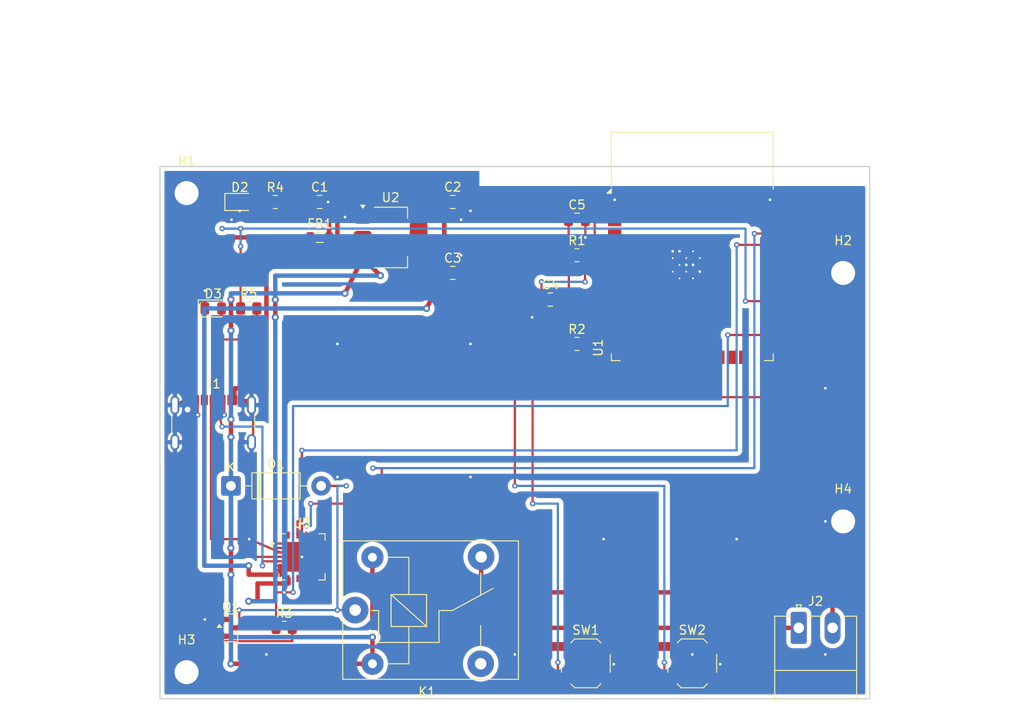
<source format=kicad_pcb>
(kicad_pcb (version 20241229) (generator "pcbnew") (generator_version "9.0")
  (layers (0 "F.Cu" signal) (2 "B.Cu" signal) (13 "F.Paste" user) (15 "B.Paste" user) (5 "F.SilkS" user "F.Silkscreen") (7 "B.SilkS" user "B.Silkscreen") (1 "F.Mask" user) (3 "B.Mask" user) (25 "Edge.Cuts" user))
  (net 0 "")
  (net 1 "GND")
  (net 2 "+5V")
  (net 3 "+3V3")
  (net 4 "USB_D+")
  (net 5 "USB_D-")
  (net 6 "ESP_TX")
  (net 7 "ESP_RX")
  (net 8 "ESP_EN")
  (net 9 "ESP_IO0")
  (net 10 "ESP_IO4")
  (net 11 "ESP_IO5")
  (net 12 "RELAY_COIL")
  (net 13 "VBUS")
  (net 14 "LED_PWR")
  (net 15 "LED_RELAY")
  (net 16 "RELAY_BASE")
  (net 17 "RELAY_COM")
  (net 18 "RELAY_NO")
  (footprint "SOT-23" (layer "F.Cu") (at 8 52)
    (property "Reference" "Q1" (at 0 -2.4 0) (layer "F.SilkS"))
    (property "Value" "SOT-23")
    (pad "1" smd roundrect (at -0.9375 -0.95) (size 1.475 0.6) (layers "F.Cu" "F.Mask" "F.Paste") (net 1 "GND"))
    (pad "2" smd roundrect (at -0.9375 0.95) (size 1.475 0.6) (layers "F.Cu" "F.Mask" "F.Paste") (net 16 "RELAY_BASE"))
    (pad "3" smd roundrect (at 0.9375 0) (size 1.475 0.6) (layers "F.Cu" "F.Mask" "F.Paste") (net 12 "RELAY_COIL"))
  )
  (footprint "QFN-28-1EP_5x5mm_P0.5mm_EP3.35x3.35mm" (layer "F.Cu") (at 16 44)
    (property "Reference" "U3" (at 0 -3.8 0) (layer "F.SilkS"))
    (property "Value" "QFN-28-1EP_5x5mm_P0.5mm_EP3.35x3.35mm")
    (pad "1" smd roundrect (at -2.45 -1.5) (size 0.8 0.25) (layers "F.Cu" "F.Mask" "F.Paste"))
    (pad "2" smd roundrect (at -2.45 -1) (size 0.8 0.25) (layers "F.Cu" "F.Mask" "F.Paste"))
    (pad "3" smd roundrect (at -2.45 -0.5) (size 0.8 0.25) (layers "F.Cu" "F.Mask" "F.Paste") (net 1 "GND"))
    (pad "4" smd roundrect (at -2.45 0) (size 0.8 0.25) (layers "F.Cu" "F.Mask" "F.Paste") (net 4 "USB_D+"))
    (pad "5" smd roundrect (at -2.45 0.5) (size 0.8 0.25) (layers "F.Cu" "F.Mask" "F.Paste") (net 5 "USB_D-"))
    (pad "6" smd roundrect (at -2.45 1) (size 0.8 0.25) (layers "F.Cu" "F.Mask" "F.Paste") (net 3 "+3V3"))
    (pad "7" smd roundrect (at -2.45 1.5) (size 0.8 0.25) (layers "F.Cu" "F.Mask" "F.Paste") (net 3 "+3V3"))
    (pad "8" smd roundrect (at -1.5 2.45) (size 0.25 0.8) (layers "F.Cu" "F.Mask" "F.Paste") (net 2 "+5V"))
    (pad "9" smd roundrect (at -1 2.45) (size 0.25 0.8) (layers "F.Cu" "F.Mask" "F.Paste"))
    (pad "10" smd roundrect (at -0.5 2.45) (size 0.25 0.8) (layers "F.Cu" "F.Mask" "F.Paste"))
    (pad "11" smd roundrect (at 0 2.45) (size 0.25 0.8) (layers "F.Cu" "F.Mask" "F.Paste"))
    (pad "12" smd roundrect (at 0.5 2.45) (size 0.25 0.8) (layers "F.Cu" "F.Mask" "F.Paste"))
    (pad "13" smd roundrect (at 1 2.45) (size 0.25 0.8) (layers "F.Cu" "F.Mask" "F.Paste"))
    (pad "14" smd roundrect (at 1.5 2.45) (size 0.25 0.8) (layers "F.Cu" "F.Mask" "F.Paste"))
    (pad "15" smd roundrect (at 2.45 1.5) (size 0.8 0.25) (layers "F.Cu" "F.Mask" "F.Paste"))
    (pad "16" smd roundrect (at 2.45 1) (size 0.8 0.25) (layers "F.Cu" "F.Mask" "F.Paste"))
    (pad "17" smd roundrect (at 2.45 0.5) (size 0.8 0.25) (layers "F.Cu" "F.Mask" "F.Paste"))
    (pad "18" smd roundrect (at 2.45 0) (size 0.8 0.25) (layers "F.Cu" "F.Mask" "F.Paste"))
    (pad "19" smd roundrect (at 2.45 -0.5) (size 0.8 0.25) (layers "F.Cu" "F.Mask" "F.Paste"))
    (pad "20" smd roundrect (at 2.45 -1) (size 0.8 0.25) (layers "F.Cu" "F.Mask" "F.Paste"))
    (pad "21" smd roundrect (at 2.45 -1.5) (size 0.8 0.25) (layers "F.Cu" "F.Mask" "F.Paste"))
    (pad "22" smd roundrect (at 1.5 -2.45) (size 0.25 0.8) (layers "F.Cu" "F.Mask" "F.Paste"))
    (pad "23" smd roundrect (at 1 -2.45) (size 0.25 0.8) (layers "F.Cu" "F.Mask" "F.Paste"))
    (pad "24" smd roundrect (at 0.5 -2.45) (size 0.25 0.8) (layers "F.Cu" "F.Mask" "F.Paste"))
    (pad "25" smd roundrect (at 0 -2.45) (size 0.25 0.8) (layers "F.Cu" "F.Mask" "F.Paste") (net 6 "ESP_TX"))
    (pad "26" smd roundrect (at -0.5 -2.45) (size 0.25 0.8) (layers "F.Cu" "F.Mask" "F.Paste") (net 7 "ESP_RX"))
    (pad "27" smd roundrect (at -1 -2.45) (size 0.25 0.8) (layers "F.Cu" "F.Mask" "F.Paste"))
    (pad "28" smd roundrect (at -1.5 -2.45) (size 0.25 0.8) (layers "F.Cu" "F.Mask" "F.Paste"))
    (pad "29" smd rect (at 0 0) (size 3.35 3.35) (property pad_prop_heatsink) (layers "F.Cu" "F.Mask") (net 1 "GND"))
  )
  (footprint "L_0805_2012Metric" (layer "F.Cu") (at 18 8)
    (property "Reference" "FB1" (at 0 -1.55 0) (layer "F.SilkS"))
    (property "Value" "L_0805_2012Metric")
    (pad "1" smd roundrect (at -1.0625 0) (size 0.875 1.2) (layers "F.Cu" "F.Mask" "F.Paste") (net 13 "VBUS"))
    (pad "2" smd roundrect (at 1.0625 0) (size 0.875 1.2) (layers "F.Cu" "F.Mask" "F.Paste") (net 2 "+5V"))
  )
  (footprint "C_0805_2012Metric" (layer "F.Cu") (at 33 12)
    (property "Reference" "C3" (at 0 -1.68 0) (layer "F.SilkS"))
    (property "Value" "C_0805_2012Metric")
    (pad "1" smd roundrect (at -0.95 0) (size 1 1.45) (layers "F.Cu" "F.Mask" "F.Paste") (net 3 "+3V3"))
    (pad "2" smd roundrect (at 0.95 0) (size 1 1.45) (layers "F.Cu" "F.Mask" "F.Paste") (net 1 "GND"))
  )
  (footprint "R_0805_2012Metric" (layer "F.Cu") (at 47 10)
    (property "Reference" "R1" (at 0 -1.65 0) (layer "F.SilkS"))
    (property "Value" "R_0805_2012Metric")
    (pad "1" smd roundrect (at -0.9125 0) (size 1.025 1.4) (layers "F.Cu" "F.Mask" "F.Paste") (roundrect_rratio 0.243902) (net 3 "+3V3"))
    (pad "2" smd roundrect (at 0.9125 0) (size 1.025 1.4) (layers "F.Cu" "F.Mask" "F.Paste") (roundrect_rratio 0.243902) (net 8 "ESP_EN"))
  )
  (footprint "MountingHole_2.7mm_M2.5" (layer "F.Cu") (at 77 12)
    (property "Reference" "H2" (at 0 -3.65 0) (layer "F.SilkS"))
    (property "Value" "MountingHole_2.7mm_M2.5")
    (pad "" np_thru_hole circle (at 0 0) (size 2.7 2.7) (drill 2.7) (layers "*.Cu" "*.Mask"))
  )
  (footprint "C_0805_2012Metric" (layer "F.Cu") (at 47 6)
    (property "Reference" "C5" (at 0 -1.68 0) (layer "F.SilkS"))
    (property "Value" "C_0805_2012Metric")
    (pad "1" smd roundrect (at -0.95 0) (size 1 1.45) (layers "F.Cu" "F.Mask" "F.Paste") (net 3 "+3V3"))
    (pad "2" smd roundrect (at 0.95 0) (size 1 1.45) (layers "F.Cu" "F.Mask" "F.Paste") (net 1 "GND"))
  )
  (footprint "C_0805_2012Metric" (layer "F.Cu") (at 44 15)
    (property "Reference" "C4" (at 0 -1.68 0) (layer "F.SilkS"))
    (property "Value" "C_0805_2012Metric")
    (pad "1" smd roundrect (at -0.95 0) (size 1 1.45) (layers "F.Cu" "F.Mask" "F.Paste") (net 8 "ESP_EN"))
    (pad "2" smd roundrect (at 0.95 0) (size 1 1.45) (layers "F.Cu" "F.Mask" "F.Paste") (net 1 "GND"))
  )
  (footprint "MountingHole_2.7mm_M2.5" (layer "F.Cu") (at 77 40)
    (property "Reference" "H4" (at 0 -3.65 0) (layer "F.SilkS"))
    (property "Value" "MountingHole_2.7mm_M2.5")
    (pad "" np_thru_hole circle (at 0 0) (size 2.7 2.7) (drill 2.7) (layers "*.Cu" "*.Mask"))
  )
  (footprint "ESP32-WROOM-32" (layer "F.Cu") (at 60 12)
    (property "Reference" "U1" (at -10.61 8.43 90) (layer "F.SilkS"))
    (property "Value" "ESP32-WROOM-32")
    (pad "1" smd rect (at -8.75 -8.25) (size 1.5 0.9) (layers "F.Cu" "F.Mask" "F.Paste") (net 1 "GND"))
    (pad "2" smd rect (at -8.75 -6.98) (size 1.5 0.9) (layers "F.Cu" "F.Mask" "F.Paste") (net 3 "+3V3"))
    (pad "3" smd rect (at -8.75 -5.71) (size 1.5 0.9) (layers "F.Cu" "F.Mask" "F.Paste") (net 8 "ESP_EN"))
    (pad "4" smd rect (at -8.75 -4.44) (size 1.5 0.9) (layers "F.Cu" "F.Mask" "F.Paste"))
    (pad "5" smd rect (at -8.75 -3.17) (size 1.5 0.9) (layers "F.Cu" "F.Mask" "F.Paste"))
    (pad "6" smd rect (at -8.75 -1.9) (size 1.5 0.9) (layers "F.Cu" "F.Mask" "F.Paste"))
    (pad "7" smd rect (at -8.75 -0.63) (size 1.5 0.9) (layers "F.Cu" "F.Mask" "F.Paste"))
    (pad "8" smd rect (at -8.75 0.64) (size 1.5 0.9) (layers "F.Cu" "F.Mask" "F.Paste"))
    (pad "9" smd rect (at -8.75 1.91) (size 1.5 0.9) (layers "F.Cu" "F.Mask" "F.Paste"))
    (pad "10" smd rect (at -8.75 3.18) (size 1.5 0.9) (layers "F.Cu" "F.Mask" "F.Paste"))
    (pad "11" smd rect (at -8.75 4.45) (size 1.5 0.9) (layers "F.Cu" "F.Mask" "F.Paste"))
    (pad "12" smd rect (at -8.75 5.72) (size 1.5 0.9) (layers "F.Cu" "F.Mask" "F.Paste"))
    (pad "13" smd rect (at -8.75 6.99) (size 1.5 0.9) (layers "F.Cu" "F.Mask" "F.Paste"))
    (pad "14" smd rect (at -8.75 8.26) (size 1.5 0.9) (layers "F.Cu" "F.Mask" "F.Paste"))
    (pad "15" smd rect (at -5.71 9.51 90) (size 1.5 0.9) (layers "F.Cu" "F.Mask" "F.Paste"))
    (pad "16" smd rect (at -4.44 9.51 90) (size 1.5 0.9) (layers "F.Cu" "F.Mask" "F.Paste"))
    (pad "17" smd rect (at -3.17 9.51 90) (size 1.5 0.9) (layers "F.Cu" "F.Mask" "F.Paste"))
    (pad "18" smd rect (at -1.9 9.51 90) (size 1.5 0.9) (layers "F.Cu" "F.Mask" "F.Paste"))
    (pad "19" smd rect (at -0.63 9.51 90) (size 1.5 0.9) (layers "F.Cu" "F.Mask" "F.Paste"))
    (pad "20" smd rect (at 0.64 9.51 90) (size 1.5 0.9) (layers "F.Cu" "F.Mask" "F.Paste"))
    (pad "21" smd rect (at 1.91 9.51 90) (size 1.5 0.9) (layers "F.Cu" "F.Mask" "F.Paste"))
    (pad "22" smd rect (at 3.18 9.51 90) (size 1.5 0.9) (layers "F.Cu" "F.Mask" "F.Paste"))
    (pad "23" smd rect (at 4.45 9.51 90) (size 1.5 0.9) (layers "F.Cu" "F.Mask" "F.Paste"))
    (pad "24" smd rect (at 5.72 9.51 90) (size 1.5 0.9) (layers "F.Cu" "F.Mask" "F.Paste"))
    (pad "25" smd rect (at 8.75 8.26) (size 1.5 0.9) (layers "F.Cu" "F.Mask" "F.Paste") (net 9 "ESP_IO0"))
    (pad "26" smd rect (at 8.75 6.99) (size 1.5 0.9) (layers "F.Cu" "F.Mask" "F.Paste") (net 10 "ESP_IO4"))
    (pad "27" smd rect (at 8.75 5.72) (size 1.5 0.9) (layers "F.Cu" "F.Mask" "F.Paste"))
    (pad "28" smd rect (at 8.75 4.45) (size 1.5 0.9) (layers "F.Cu" "F.Mask" "F.Paste"))
    (pad "29" smd rect (at 8.75 3.18) (size 1.5 0.9) (layers "F.Cu" "F.Mask" "F.Paste") (net 11 "ESP_IO5"))
    (pad "30" smd rect (at 8.75 1.91) (size 1.5 0.9) (layers "F.Cu" "F.Mask" "F.Paste"))
    (pad "31" smd rect (at 8.75 0.64) (size 1.5 0.9) (layers "F.Cu" "F.Mask" "F.Paste"))
    (pad "32" smd rect (at 8.75 -0.63) (size 1.5 0.9) (layers "F.Cu" "F.Mask" "F.Paste"))
    (pad "33" smd rect (at 8.75 -1.9) (size 1.5 0.9) (layers "F.Cu" "F.Mask" "F.Paste"))
    (pad "34" smd rect (at 8.75 -3.17) (size 1.5 0.9) (layers "F.Cu" "F.Mask" "F.Paste") (net 7 "ESP_RX"))
    (pad "35" smd rect (at 8.75 -4.44) (size 1.5 0.9) (layers "F.Cu" "F.Mask" "F.Paste") (net 6 "ESP_TX"))
    (pad "36" smd rect (at 8.75 -5.71) (size 1.5 0.9) (layers "F.Cu" "F.Mask" "F.Paste"))
    (pad "37" smd rect (at 8.75 -6.98) (size 1.5 0.9) (layers "F.Cu" "F.Mask" "F.Paste"))
    (pad "38" smd rect (at 8.75 -8.25) (size 1.5 0.9) (layers "F.Cu" "F.Mask" "F.Paste") (net 1 "GND"))
    (pad "39" smd rect (at -2.205 -2.435) (size 1.05 1.05) (layers "F.Cu" "F.Paste") (net 1 "GND"))
    (pad "39" thru_hole circle (at -2.205 -1.6725) (size 0.6 0.6) (drill 0.2) (property pad_prop_heatsink) (layers "*.Cu" "F.Mask") (net 1 "GND"))
    (pad "39" smd rect (at -2.205 -0.91) (size 1.05 1.05) (layers "F.Cu" "F.Paste") (net 1 "GND"))
    (pad "39" thru_hole circle (at -2.205 -0.1475) (size 0.6 0.6) (drill 0.2) (property pad_prop_heatsink) (layers "*.Cu" "F.Mask") (net 1 "GND"))
    (pad "39" smd rect (at -2.205 0.615) (size 1.05 1.05) (layers "F.Cu" "F.Paste") (net 1 "GND"))
    (pad "39" thru_hole circle (at -1.4425 -2.435) (size 0.6 0.6) (drill 0.2) (property pad_prop_heatsink) (layers "*.Cu" "F.Mask") (net 1 "GND"))
    (pad "39" thru_hole circle (at -1.4425 -0.91) (size 0.6 0.6) (drill 0.2) (property pad_prop_heatsink) (layers "*.Cu" "F.Mask") (net 1 "GND"))
    (pad "39" thru_hole circle (at -1.4425 0.615) (size 0.6 0.6) (drill 0.2) (property pad_prop_heatsink) (layers "*.Cu" "F.Mask") (net 1 "GND"))
    (pad "39" smd rect (at -0.68 -2.435) (size 1.05 1.05) (layers "F.Cu" "F.Paste") (net 1 "GND"))
    (pad "39" thru_hole circle (at -0.68 -1.6725) (size 0.6 0.6) (drill 0.2) (property pad_prop_heatsink) (layers "*.Cu" "F.Mask") (net 1 "GND"))
    (pad "39" smd rect (at -0.68 -0.91) (size 1.05 1.05) (layers "F.Cu" "F.Paste") (net 1 "GND"))
    (pad "39" smd rect (at -0.68 -0.91) (size 4.2 4.2) (property pad_prop_heatsink) (layers "F.Cu" "F.Mask") (net 1 "GND"))
    (pad "39" thru_hole circle (at -0.68 -0.1475) (size 0.6 0.6) (drill 0.2) (property pad_prop_heatsink) (layers "*.Cu" "F.Mask") (net 1 "GND"))
    (pad "39" smd rect (at -0.68 0.615) (size 1.05 1.05) (layers "F.Cu" "F.Paste") (net 1 "GND"))
    (pad "39" thru_hole circle (at 0.0825 -2.435) (size 0.6 0.6) (drill 0.2) (property pad_prop_heatsink) (layers "*.Cu" "F.Mask") (net 1 "GND"))
    (pad "39" thru_hole circle (at 0.0825 -0.91) (size 0.6 0.6) (drill 0.2) (property pad_prop_heatsink) (layers "*.Cu" "F.Mask") (net 1 "GND"))
    (pad "39" thru_hole circle (at 0.0825 0.615) (size 0.6 0.6) (drill 0.2) (property pad_prop_heatsink) (layers "*.Cu" "F.Mask") (net 1 "GND"))
    (pad "39" smd rect (at 0.845 -2.435) (size 1.05 1.05) (layers "F.Cu" "F.Paste") (net 1 "GND"))
    (pad "39" thru_hole circle (at 0.845 -1.6725) (size 0.6 0.6) (drill 0.2) (property pad_prop_heatsink) (layers "*.Cu" "F.Mask") (net 1 "GND"))
    (pad "39" smd rect (at 0.845 -0.91) (size 1.05 1.05) (layers "F.Cu" "F.Paste") (net 1 "GND"))
    (pad "39" thru_hole circle (at 0.845 -0.1475) (size 0.6 0.6) (drill 0.2) (property pad_prop_heatsink) (layers "*.Cu" "F.Mask") (net 1 "GND"))
    (pad "39" smd rect (at 0.845 0.615) (size 1.05 1.05) (layers "F.Cu" "F.Paste") (net 1 "GND"))
    (zone (net 0) (net_name "") (layers "F.Cu" "B.Cu") (connect_pads (clearance 0)) (min_thickness 0.254)
      (keepout (tracks not_allowed) (vias not_allowed) (pads not_allowed) (copperpour not_allowed) (footprints not_allowed))
      (fill (thermal_gap 0.508) (thermal_bridge_width 0.508))
      (polygon (pts (xy 36 2.2) (xy 84 2.2) (xy 84 -18.74) (xy 36 -18.74)))
    )
  )
  (footprint "Relay_SPDT_SANYOU_SRD_Series_Form_C" (layer "F.Cu") (at 22 50)
    (property "Reference" "K1" (at 8.1 9.2 0) (layer "F.SilkS"))
    (property "Value" "Relay_SPDT_SANYOU_SRD_Series_Form_C")
    (pad "1" thru_hole circle (at 0 0 90) (size 3 3) (drill 1.3) (layers "*.Cu" "*.Mask") (net 12 "RELAY_COIL"))
    (pad "2" thru_hole circle (at 1.95 6.05 90) (size 2.5 2.5) (drill 1) (layers "*.Cu" "*.Mask") (net 2 "+5V"))
    (pad "3" thru_hole circle (at 14.15 6.05 90) (size 3 3) (drill 1.3) (layers "*.Cu" "*.Mask"))
    (pad "4" thru_hole circle (at 14.2 -6 90) (size 3 3) (drill 1.3) (layers "*.Cu" "*.Mask") (net 18 "RELAY_NO"))
    (pad "5" thru_hole circle (at 1.95 -5.95 90) (size 2.5 2.5) (drill 1) (layers "*.Cu" "*.Mask") (net 17 "RELAY_COM"))
  )
  (footprint "R_0805_2012Metric" (layer "F.Cu") (at 14 52)
    (property "Reference" "R3" (at 0 -1.65 0) (layer "F.SilkS"))
    (property "Value" "R_0805_2012Metric")
    (pad "1" smd roundrect (at -0.9125 0) (size 1.025 1.4) (layers "F.Cu" "F.Mask" "F.Paste") (roundrect_rratio 0.243902) (net 10 "ESP_IO4"))
    (pad "2" smd roundrect (at 0.9125 0) (size 1.025 1.4) (layers "F.Cu" "F.Mask" "F.Paste") (roundrect_rratio 0.243902) (net 16 "RELAY_BASE"))
  )
  (footprint "D_DO-41_SOD81_P10.16mm_Horizontal" (layer "F.Cu") (at 8 36)
    (property "Reference" "D1" (at 5.08 -2.47 0) (layer "F.SilkS"))
    (property "Value" "D_DO-41_SOD81_P10.16mm_Horizontal")
    (fp_text user "K" (at 0 -2.1 0) (layer "F.SilkS"))
    (pad "1" thru_hole roundrect (at 0 0) (size 2.2 2.2) (drill 1.1) (layers "*.Cu" "*.Mask") (roundrect_rratio 0.113636) (net 2 "+5V"))
    (pad "2" thru_hole circle (at 10.16 0) (size 2.2 2.2) (drill 1.1) (layers "*.Cu" "*.Mask") (net 12 "RELAY_COIL"))
  )
  (footprint "LED_0805_2012Metric" (layer "F.Cu") (at 9 4)
    (property "Reference" "D2" (at 0 -1.65 0) (layer "F.SilkS"))
    (property "Value" "LED_0805_2012Metric")
    (pad "1" smd roundrect (at -0.9375 0) (size 0.975 1.4) (layers "F.Cu" "F.Mask" "F.Paste") (net 1 "GND"))
    (pad "2" smd roundrect (at 0.9375 0) (size 0.975 1.4) (layers "F.Cu" "F.Mask" "F.Paste") (net 14 "LED_PWR"))
  )
  (footprint "PhoenixContact_MC_1,5_2-G-3.81_1x02_P3.81mm_Horizontal" (layer "F.Cu") (at 72 52)
    (property "Reference" "J2" (at 1.9 -3 0) (layer "F.SilkS"))
    (property "Value" "PhoenixContact_MC_1,5_2-G-3.81_1x02_P3.81mm_Horizontal")
    (pad "1" thru_hole roundrect (at 0 0) (size 1.8 3.6) (drill 1.2) (layers "*.Cu" "*.Mask") (roundrect_rratio 0.138889) (net 17 "RELAY_COM"))
    (pad "2" thru_hole oval (at 3.81 0) (size 1.8 3.6) (drill 1.2) (layers "*.Cu" "*.Mask") (net 18 "RELAY_NO"))
  )
  (footprint "LED_0805_2012Metric" (layer "F.Cu") (at 6 16)
    (property "Reference" "D3" (at 0 -1.65 0) (layer "F.SilkS"))
    (property "Value" "LED_0805_2012Metric")
    (pad "1" smd roundrect (at -0.9375 0) (size 0.975 1.4) (layers "F.Cu" "F.Mask" "F.Paste") (net 1 "GND"))
    (pad "2" smd roundrect (at 0.9375 0) (size 0.975 1.4) (layers "F.Cu" "F.Mask" "F.Paste") (net 15 "LED_RELAY"))
  )
  (footprint "C_0805_2012Metric" (layer "F.Cu") (at 18 4)
    (property "Reference" "C1" (at 0 -1.68 0) (layer "F.SilkS"))
    (property "Value" "C_0805_2012Metric")
    (pad "1" smd roundrect (at -0.95 0) (size 1 1.45) (layers "F.Cu" "F.Mask" "F.Paste") (net 2 "+5V"))
    (pad "2" smd roundrect (at 0.95 0) (size 1 1.45) (layers "F.Cu" "F.Mask" "F.Paste") (net 1 "GND"))
  )
  (footprint "SW_SPST_TL3342" (layer "F.Cu") (at 48 56)
    (property "Reference" "SW1" (at 0 -3.75 0) (layer "F.SilkS"))
    (property "Value" "SW_SPST_TL3342")
    (pad "1" smd rect (at -3.15 -1.9) (size 1.7 1) (layers "F.Cu" "F.Mask" "F.Paste") (net 1 "GND"))
    (pad "1" smd rect (at 3.15 -1.9) (size 1.7 1) (layers "F.Cu" "F.Mask" "F.Paste") (net 1 "GND"))
    (pad "2" smd rect (at -3.15 1.9) (size 1.7 1) (layers "F.Cu" "F.Mask" "F.Paste") (net 9 "ESP_IO0"))
    (pad "2" smd rect (at 3.15 1.9) (size 1.7 1) (layers "F.Cu" "F.Mask" "F.Paste") (net 9 "ESP_IO0"))
  )
  (footprint "R_0805_2012Metric" (layer "F.Cu") (at 10 16)
    (property "Reference" "R5" (at 0 -1.65 0) (layer "F.SilkS"))
    (property "Value" "R_0805_2012Metric")
    (pad "1" smd roundrect (at -0.9125 0) (size 1.025 1.4) (layers "F.Cu" "F.Mask" "F.Paste") (roundrect_rratio 0.243902) (net 11 "ESP_IO5"))
    (pad "2" smd roundrect (at 0.9125 0) (size 1.025 1.4) (layers "F.Cu" "F.Mask" "F.Paste") (roundrect_rratio 0.243902) (net 15 "LED_RELAY"))
  )
  (footprint "R_0805_2012Metric" (layer "F.Cu") (at 47 20)
    (property "Reference" "R2" (at 0 -1.65 0) (layer "F.SilkS"))
    (property "Value" "R_0805_2012Metric")
    (pad "1" smd roundrect (at -0.9125 0) (size 1.025 1.4) (layers "F.Cu" "F.Mask" "F.Paste") (roundrect_rratio 0.243902) (net 3 "+3V3"))
    (pad "2" smd roundrect (at 0.9125 0) (size 1.025 1.4) (layers "F.Cu" "F.Mask" "F.Paste") (roundrect_rratio 0.243902) (net 9 "ESP_IO0"))
  )
  (footprint "USB_C_Receptacle_GCT_USB4105-xx-A_16P_TopMnt_Horizontal" (layer "F.Cu") (at 6 30)
    (property "Reference" "J1" (at 0 -5.5 0) (layer "F.SilkS"))
    (property "Value" "USB_C_Receptacle_GCT_USB4105-xx-A_16P_TopMnt_Horizontal")
    (pad "" np_thru_hole circle (at -2.89 -2.605) (size 0.65 0.65) (drill 0.65) (layers "*.Cu" "*.Mask"))
    (pad "" np_thru_hole circle (at 2.89 -2.605) (size 0.65 0.65) (drill 0.65) (layers "*.Cu" "*.Mask"))
    (pad "A1" smd roundrect (at -3.2 -3.68) (size 0.6 1.15) (layers "F.Cu" "F.Mask" "F.Paste") (net 1 "GND"))
    (pad "A4" smd roundrect (at -2.4 -3.68) (size 0.6 1.15) (layers "F.Cu" "F.Mask" "F.Paste") (net 13 "VBUS"))
    (pad "A5" smd roundrect (at -1.25 -3.68) (size 0.3 1.15) (layers "F.Cu" "F.Mask" "F.Paste"))
    (pad "A6" smd roundrect (at -0.25 -3.68) (size 0.3 1.15) (layers "F.Cu" "F.Mask" "F.Paste") (net 4 "USB_D+"))
    (pad "A7" smd roundrect (at 0.25 -3.68) (size 0.3 1.15) (layers "F.Cu" "F.Mask" "F.Paste") (net 5 "USB_D-"))
    (pad "A8" smd roundrect (at 1.25 -3.68) (size 0.3 1.15) (layers "F.Cu" "F.Mask" "F.Paste") (net 1 "GND"))
    (pad "A9" smd roundrect (at 2.4 -3.68) (size 0.6 1.15) (layers "F.Cu" "F.Mask" "F.Paste") (net 13 "VBUS"))
    (pad "A12" smd roundrect (at 3.2 -3.68) (size 0.6 1.15) (layers "F.Cu" "F.Mask" "F.Paste") (net 1 "GND"))
    (pad "B1" smd roundrect (at 3.2 -3.68) (size 0.6 1.15) (layers "F.Cu" "F.Mask" "F.Paste") (net 1 "GND"))
    (pad "B4" smd roundrect (at 2.4 -3.68) (size 0.6 1.15) (layers "F.Cu" "F.Mask" "F.Paste") (net 13 "VBUS"))
    (pad "B5" smd roundrect (at 1.75 -3.68) (size 0.3 1.15) (layers "F.Cu" "F.Mask" "F.Paste"))
    (pad "B6" smd roundrect (at 0.75 -3.68) (size 0.3 1.15) (layers "F.Cu" "F.Mask" "F.Paste"))
    (pad "B7" smd roundrect (at -0.75 -3.68) (size 0.3 1.15) (layers "F.Cu" "F.Mask" "F.Paste"))
    (pad "B8" smd roundrect (at -1.75 -3.68) (size 0.3 1.15) (layers "F.Cu" "F.Mask" "F.Paste") (net 1 "GND"))
    (pad "B9" smd roundrect (at -2.4 -3.68) (size 0.6 1.15) (layers "F.Cu" "F.Mask" "F.Paste") (net 13 "VBUS"))
    (pad "B12" smd roundrect (at -3.2 -3.68) (size 0.6 1.15) (layers "F.Cu" "F.Mask" "F.Paste") (net 1 "GND"))
    (pad "S1" thru_hole oval (at -4.32 -3.105) (size 1 2.1) (drill oval 0.6 1.7) (property pad_prop_heatsink) (layers "*.Cu" "*.Mask" "F.Paste") (net 1 "GND"))
    (pad "S1" thru_hole oval (at -4.32 1.075) (size 1 1.8) (drill oval 0.6 1.4) (property pad_prop_heatsink) (layers "*.Cu" "*.Mask" "F.Paste") (net 1 "GND"))
    (pad "S1" thru_hole oval (at 4.32 -3.105) (size 1 2.1) (drill oval 0.6 1.7) (property pad_prop_heatsink) (layers "*.Cu" "*.Mask" "F.Paste") (net 1 "GND"))
    (pad "S1" thru_hole oval (at 4.32 1.075) (size 1 1.8) (drill oval 0.6 1.4) (property pad_prop_heatsink) (layers "*.Cu" "*.Mask" "F.Paste") (net 1 "GND"))
  )
  (footprint "MountingHole_2.7mm_M2.5" (layer "F.Cu") (at 3 57)
    (property "Reference" "H3" (at 0 -3.65 0) (layer "F.SilkS"))
    (property "Value" "MountingHole_2.7mm_M2.5")
    (pad "" np_thru_hole circle (at 0 0) (size 2.7 2.7) (drill 2.7) (layers "*.Cu" "*.Mask"))
  )
  (footprint "MountingHole_2.7mm_M2.5" (layer "F.Cu") (at 3 3)
    (property "Reference" "H1" (at 0 -3.65 0) (layer "F.SilkS"))
    (property "Value" "MountingHole_2.7mm_M2.5")
    (pad "" np_thru_hole circle (at 0 0) (size 2.7 2.7) (drill 2.7) (layers "*.Cu" "*.Mask"))
  )
  (footprint "SOT-223-3_TabPin2" (layer "F.Cu") (at 26 8)
    (property "Reference" "U2" (at 0 -4.5 0) (layer "F.SilkS"))
    (property "Value" "SOT-223-3_TabPin2")
    (pad "1" smd roundrect (at -3.15 -2.3) (size 2 1.5) (layers "F.Cu" "F.Mask" "F.Paste") (net 1 "GND"))
    (pad "2" smd roundrect (at -3.15 0) (size 2 1.5) (layers "F.Cu" "F.Mask" "F.Paste") (net 3 "+3V3"))
    (pad "2" smd roundrect (at 3.15 0) (size 2 3.8) (layers "F.Cu" "F.Mask" "F.Paste") (net 3 "+3V3"))
    (pad "3" smd roundrect (at -3.15 2.3) (size 2 1.5) (layers "F.Cu" "F.Mask" "F.Paste") (net 2 "+5V"))
  )
  (footprint "SW_SPST_TL3342" (layer "F.Cu") (at 60 56)
    (property "Reference" "SW2" (at 0 -3.75 0) (layer "F.SilkS"))
    (property "Value" "SW_SPST_TL3342")
    (pad "1" smd rect (at -3.15 -1.9) (size 1.7 1) (layers "F.Cu" "F.Mask" "F.Paste") (net 1 "GND"))
    (pad "1" smd rect (at 3.15 -1.9) (size 1.7 1) (layers "F.Cu" "F.Mask" "F.Paste") (net 1 "GND"))
    (pad "2" smd rect (at -3.15 1.9) (size 1.7 1) (layers "F.Cu" "F.Mask" "F.Paste") (net 8 "ESP_EN"))
    (pad "2" smd rect (at 3.15 1.9) (size 1.7 1) (layers "F.Cu" "F.Mask" "F.Paste") (net 8 "ESP_EN"))
  )
  (footprint "R_0805_2012Metric" (layer "F.Cu") (at 13 4)
    (property "Reference" "R4" (at 0 -1.65 0) (layer "F.SilkS"))
    (property "Value" "R_0805_2012Metric")
    (pad "1" smd roundrect (at -0.9125 0) (size 1.025 1.4) (layers "F.Cu" "F.Mask" "F.Paste") (roundrect_rratio 0.243902) (net 14 "LED_PWR"))
    (pad "2" smd roundrect (at 0.9125 0) (size 1.025 1.4) (layers "F.Cu" "F.Mask" "F.Paste") (roundrect_rratio 0.243902) (net 3 "+3V3"))
  )
  (footprint "C_0805_2012Metric" (layer "F.Cu") (at 33 4)
    (property "Reference" "C2" (at 0 -1.68 0) (layer "F.SilkS"))
    (property "Value" "C_0805_2012Metric")
    (pad "1" smd roundrect (at -0.95 0) (size 1 1.45) (layers "F.Cu" "F.Mask" "F.Paste") (net 3 "+3V3"))
    (pad "2" smd roundrect (at 0.95 0) (size 1 1.45) (layers "F.Cu" "F.Mask" "F.Paste") (net 1 "GND"))
  )
  (gr_rect (start 0 0) (end 80 60) (stroke (width 0.15)) (fill no) (layer "Edge.Cuts"))
  (segment (start 56.85 54.1) (end 63.15 54.1) (width 0.25) (layer "F.Cu") (net 1))
  (segment (start 51.15 54.1) (end 51.15 56.1) (width 0.5) (layer "F.Cu") (net 1))
  (segment (start 44.85 54.1) (end 51.15 54.1) (width 0.25) (layer "F.Cu") (net 1))
  (segment (start 9.2 26.32) (end 10.32 26.89) (width 0.25) (layer "F.Cu") (net 1))
  (segment (start 5.0625 16) (end 5.0625 14) (width 0.25) (layer "F.Cu") (net 1))
  (segment (start 13.55 43.5) (end 16 43.5) (width 0.25) (layer "F.Cu") (net 1))
  (segment (start 10.5 26.32) (end 10.5 31) (width 0.25) (layer "F.Cu") (net 1))
  (segment (start 44.95 15) (end 41.95 17) (width 0.25) (layer "F.Cu") (net 1))
  (segment (start 9.2 26.32) (end 10.5 26.32) (width 0.25) (layer "F.Cu") (net 1))
  (segment (start 16 43.5) (end 16 44) (width 0.25) (layer "F.Cu") (net 1))
  (segment (start 4.25 26.32) (end 4.25 28) (width 0.25) (layer "F.Cu") (net 1))
  (segment (start 33.95 12) (end 33.95 10) (width 0.25) (layer "F.Cu") (net 1))
  (segment (start 33.95 4) (end 33.95 6) (width 0.25) (layer "F.Cu") (net 1))
  (segment (start 13.55 43.5) (end 10.05 42) (width 0.25) (layer "F.Cu") (net 1))
  (segment (start 22.85 5.7) (end 20.85 5.7) (width 0.25) (layer "F.Cu") (net 1))
  (segment (start 2.8 26.32) (end 1.68 26.89) (width 0.25) (layer "F.Cu") (net 1))
  (segment (start 7.25 26.32) (end 7.25 28) (width 0.25) (layer "F.Cu") (net 1))
  (segment (start 8.0625 4) (end 8.0625 6) (width 0.25) (layer "F.Cu") (net 1))
  (segment (start 7.0625 51.05) (end 5.0625 51.05) (width 0.25) (layer "F.Cu") (net 1))
  (segment (start 47.95 6) (end 47.95 8) (width 0.25) (layer "F.Cu") (net 1))
  (segment (start 63.15 54.1) (end 63.15 56.1) (width 0.5) (layer "F.Cu") (net 1))
  (via (at 8.0625 6) (size 0.6) (drill 0.3) (layers "F.Cu" "B.Cu") (net 1))
  (via (at 65 42) (size 0.6) (drill 0.3) (layers "F.Cu" "B.Cu") (net 1))
  (via (at 51.25 3.75) (size 0.6) (drill 0.3) (layers "F.Cu" "B.Cu") (net 1))
  (via (at 35 20) (size 0.6) (drill 0.3) (layers "F.Cu" "B.Cu") (net 1))
  (via (at 75 25) (size 0.6) (drill 0.3) (layers "F.Cu" "B.Cu") (net 1))
  (via (at 35 35) (size 0.6) (drill 0.3) (layers "F.Cu" "B.Cu") (net 1))
  (via (at 41.95 17) (size 0.6) (drill 0.3) (layers "F.Cu" "B.Cu") (net 1))
  (via (at 59.32 11.09) (size 0.6) (drill 0.3) (layers "F.Cu" "B.Cu") (net 1))
  (via (at 20 35) (size 0.6) (drill 0.3) (layers "F.Cu" "B.Cu") (net 1))
  (via (at 40 55) (size 0.6) (drill 0.3) (layers "F.Cu" "B.Cu") (net 1))
  (via (at 4.25 28) (size 0.6) (drill 0.3) (layers "F.Cu" "B.Cu") (net 1))
  (via (at 16 44) (size 0.6) (drill 0.3) (layers "F.Cu" "B.Cu") (net 1))
  (via (at 10.05 42) (size 0.6) (drill 0.3) (layers "F.Cu" "B.Cu") (net 1))
  (via (at 75 55) (size 0.6) (drill 0.3) (layers "F.Cu" "B.Cu") (net 1))
  (via (at 63.15 56.1) (size 0.6) (drill 0.3) (layers "F.Cu" "B.Cu") (net 1))
  (via (at 47.95 8) (size 0.6) (drill 0.3) (layers "F.Cu" "B.Cu") (net 1))
  (via (at 60 55) (size 0.6) (drill 0.3) (layers "F.Cu" "B.Cu") (net 1))
  (via (at 20.85 5.7) (size 0.6) (drill 0.3) (layers "F.Cu" "B.Cu") (net 1))
  (via (at 68.75 3.75) (size 0.6) (drill 0.3) (layers "F.Cu" "B.Cu") (net 1))
  (via (at 51.15 56.1) (size 0.6) (drill 0.3) (layers "F.Cu" "B.Cu") (net 1))
  (via (at 57.795 9.565) (size 0.6) (drill 0.3) (layers "F.Cu" "B.Cu") (net 1))
  (via (at 35 5) (size 0.6) (drill 0.3) (layers "F.Cu" "B.Cu") (net 1))
  (via (at 58.5575 9.565) (size 0.6) (drill 0.3) (layers "F.Cu" "B.Cu") (net 1))
  (via (at 60.845 11.8525) (size 0.6) (drill 0.3) (layers "F.Cu" "B.Cu") (net 1))
  (via (at 75 40) (size 0.6) (drill 0.3) (layers "F.Cu" "B.Cu") (net 1))
  (via (at 33.95 6) (size 0.6) (drill 0.3) (layers "F.Cu" "B.Cu") (net 1))
  (via (at 50 42) (size 0.6) (drill 0.3) (layers "F.Cu" "B.Cu") (net 1))
  (via (at 20 20) (size 0.6) (drill 0.3) (layers "F.Cu" "B.Cu") (net 1))
  (via (at 5.0625 51.05) (size 0.6) (drill 0.3) (layers "F.Cu" "B.Cu") (net 1))
  (via (at 5.0625 14) (size 0.6) (drill 0.3) (layers "F.Cu" "B.Cu") (net 1))
  (via (at 33.95 10) (size 0.6) (drill 0.3) (layers "F.Cu" "B.Cu") (net 1))
  (via (at 9 5) (size 0.6) (drill 0.3) (layers "F.Cu" "B.Cu") (net 1))
  (via (at 18.95 4) (size 0.6) (drill 0.3) (layers "F.Cu" "B.Cu") (net 1))
  (via (at 60.0825 11.09) (size 0.6) (drill 0.3) (layers "F.Cu" "B.Cu") (net 1))
  (via (at 7.25 28) (size 0.6) (drill 0.3) (layers "F.Cu" "B.Cu") (net 1))
  (via (at 10.5 31) (size 0.6) (drill 0.3) (layers "F.Cu" "B.Cu") (net 1))
  (via (at 12 55) (size 0.6) (drill 0.3) (layers "F.Cu" "B.Cu") (net 1))
  (segment (start 20 10.3) (end 22.85 10.3) (width 0.5) (layer "F.Cu") (net 2))
  (segment (start 17.05 4) (end 17.05 2.75) (width 0.5) (layer "F.Cu") (net 2))
  (segment (start 17.05 6) (end 17.05 4) (width 0.5) (layer "F.Cu") (net 2))
  (segment (start 23.95 56.05) (end 8 56.05) (width 0.5) (layer "F.Cu") (net 2))
  (segment (start 23.95 53.05) (end 23.95 56.05) (width 0.5) (layer "F.Cu") (net 2))
  (segment (start 11 47) (end 14.5 47) (width 0.5) (layer "F.Cu") (net 2))
  (segment (start 8 28.5) (end 8 30.5) (width 0.5) (layer "F.Cu") (net 2))
  (segment (start 22.85 10.3) (end 20.85 14.3) (width 0.5) (layer "F.Cu") (net 2))
  (segment (start 20 2.75) (end 20 10.3) (width 0.5) (layer "F.Cu") (net 2))
  (segment (start 22.85 10.3) (end 24.85 12.3) (width 0.5) (layer "F.Cu") (net 2))
  (segment (start 11 49) (end 11 47) (width 0.5) (layer "F.Cu") (net 2))
  (segment (start 14.5 47) (end 14.5 46.45) (width 0.5) (layer "F.Cu") (net 2))
  (segment (start 19.0625 6) (end 17.05 6) (width 0.5) (layer "F.Cu") (net 2))
  (segment (start 13 15) (end 13 17) (width 0.5) (layer "F.Cu") (net 2))
  (segment (start 8 43) (end 8 46) (width 0.5) (layer "F.Cu") (net 2))
  (segment (start 17.05 2.75) (end 20 2.75) (width 0.5) (layer "F.Cu") (net 2))
  (segment (start 10 49) (end 11 49) (width 0.5) (layer "F.Cu") (net 2))
  (segment (start 8 15) (end 8 18.5) (width 0.5) (layer "F.Cu") (net 2))
  (segment (start 19.0625 8) (end 19.0625 6) (width 0.5) (layer "F.Cu") (net 2))
  (via (at 24.85 12.3) (size 0.8) (drill 0.4) (layers "F.Cu" "B.Cu") (net 2))
  (via (at 8 28.5) (size 0.8) (drill 0.4) (layers "F.Cu" "B.Cu") (net 2))
  (via (at 20.85 14.3) (size 0.8) (drill 0.4) (layers "F.Cu" "B.Cu") (net 2))
  (via (at 8 43) (size 0.8) (drill 0.4) (layers "F.Cu" "B.Cu") (net 2))
  (via (at 23.95 53.05) (size 0.8) (drill 0.4) (layers "F.Cu" "B.Cu") (net 2))
  (via (at 8 36) (size 0.8) (drill 0.4) (layers "F.Cu" "B.Cu") (net 2))
  (via (at 8 18.5) (size 0.8) (drill 0.4) (layers "F.Cu" "B.Cu") (net 2))
  (via (at 13 15) (size 0.8) (drill 0.4) (layers "F.Cu" "B.Cu") (net 2))
  (via (at 13 17) (size 0.8) (drill 0.4) (layers "F.Cu" "B.Cu") (net 2))
  (via (at 8 56.05) (size 0.8) (drill 0.4) (layers "F.Cu" "B.Cu") (net 2))
  (via (at 8 46) (size 0.8) (drill 0.4) (layers "F.Cu" "B.Cu") (net 2))
  (via (at 8 15) (size 0.8) (drill 0.4) (layers "F.Cu" "B.Cu") (net 2))
  (via (at 8 30.5) (size 0.8) (drill 0.4) (layers "F.Cu" "B.Cu") (net 2))
  (via (at 10 49) (size 0.8) (drill 0.4) (layers "F.Cu" "B.Cu") (net 2))
  (segment (start 8 46) (end 8 53.05) (width 0.5) (layer "B.Cu") (net 2))
  (segment (start 8 43) (end 8 36) (width 0.5) (layer "B.Cu") (net 2))
  (segment (start 8 53.05) (end 23.95 53.05) (width 0.5) (layer "B.Cu") (net 2))
  (segment (start 13 12.3) (end 13 15) (width 0.5) (layer "B.Cu") (net 2))
  (segment (start 8 18.5) (end 8 28.5) (width 0.5) (layer "B.Cu") (net 2))
  (segment (start 8 14.3) (end 8 15) (width 0.5) (layer "B.Cu") (net 2))
  (segment (start 13 49) (end 10 49) (width 0.5) (layer "B.Cu") (net 2))
  (segment (start 8 56.05) (end 8 46) (width 0.5) (layer "B.Cu") (net 2))
  (segment (start 8 30.5) (end 8 43) (width 0.5) (layer "B.Cu") (net 2))
  (segment (start 24.85 12.3) (end 13 12.3) (width 0.5) (layer "B.Cu") (net 2))
  (segment (start 13 17) (end 13 49) (width 0.5) (layer "B.Cu") (net 2))
  (segment (start 20.85 14.3) (end 8 14.3) (width 0.5) (layer "B.Cu") (net 2))
  (segment (start 32.049999 4) (end 32.049999 2.75) (width 0.5) (layer "F.Cu") (net 3))
  (segment (start 32.049999 2) (end 13.9125 2) (width 0.5) (layer "F.Cu") (net 3))
  (segment (start 13.55 46) (end 13.55 45.5) (width 0.5) (layer "F.Cu") (net 3))
  (segment (start 46.05 4.75) (end 51.25 4.75) (width 0.5) (layer "F.Cu") (net 3))
  (segment (start 13.9125 2) (end 13.9125 4) (width 0.5) (layer "F.Cu") (net 3))
  (segment (start 32.049999 4) (end 32.049999 2) (width 0.5) (layer "F.Cu") (net 3))
  (segment (start 32.049999 2.75) (end 46.05 2.75) (width 0.5) (layer "F.Cu") (net 3))
  (segment (start 46.05 6) (end 46.0875 10) (width 0.25) (layer "F.Cu") (net 3))
  (segment (start 46.05 6) (end 46.05 4.75) (width 0.5) (layer "F.Cu") (net 3))
  (segment (start 10 46) (end 13.55 46) (width 0.5) (layer "F.Cu") (net 3))
  (segment (start 22.85 8) (end 32.049999 8) (width 0.5) (layer "F.Cu") (net 3))
  (segment (start 32.049999 12) (end 30.049999 16) (width 0.5) (layer "F.Cu") (net 3))
  (segment (start 46.05 2.75) (end 46.05 6) (width 0.5) (layer "F.Cu") (net 3))
  (segment (start 51.25 4.75) (end 51.25 5.02) (width 0.5) (layer "F.Cu") (net 3))
  (segment (start 32.049999 4) (end 32.049999 12) (width 0.5) (layer "F.Cu") (net 3))
  (segment (start 46.0875 10) (end 46.0875 20) (width 0.25) (layer "F.Cu") (net 3))
  (segment (start 13.55 45.5) (end 13.55 45) (width 0.5) (layer "F.Cu") (net 3))
  (segment (start 32.049999 8) (end 32.049999 4) (width 0.5) (layer "F.Cu") (net 3))
  (segment (start 10 45) (end 10 46) (width 0.5) (layer "F.Cu") (net 3))
  (via (at 30.049999 16) (size 0.8) (drill 0.4) (layers "F.Cu" "B.Cu") (net 3))
  (via (at 10 45) (size 0.8) (drill 0.4) (layers "F.Cu" "B.Cu") (net 3))
  (segment (start 30.049999 16) (end 5 16) (width 0.5) (layer "B.Cu") (net 3))
  (segment (start 5 16) (end 5 45) (width 0.5) (layer "B.Cu") (net 3))
  (segment (start 5 45) (end 10 45) (width 0.5) (layer "B.Cu") (net 3))
  (segment (start 9 44) (end 13.55 44) (width 0.25) (layer "F.Cu") (net 4))
  (segment (start 5.75 26.32) (end 5.75 42) (width 0.25) (layer "F.Cu") (net 4))
  (segment (start 5.75 42) (end 9 42) (width 0.25) (layer "F.Cu") (net 4))
  (segment (start 9 42) (end 9 44) (width 0.25) (layer "F.Cu") (net 4))
  (segment (start 6.25 26.32) (end 7 29.32) (width 0.25) (layer "F.Cu") (net 5))
  (segment (start 11.55 45) (end 11.55 44.5) (width 0.25) (layer "F.Cu") (net 5))
  (segment (start 11.55 44.5) (end 13.55 44.5) (width 0.25) (layer "F.Cu") (net 5))
  (via (at 11.55 45) (size 0.6) (drill 0.3) (layers "F.Cu" "B.Cu") (net 5))
  (via (at 7 29.32) (size 0.6) (drill 0.3) (layers "F.Cu" "B.Cu") (net 5))
  (segment (start 7 29.32) (end 11.55 29.32) (width 0.25) (layer "B.Cu") (net 5))
  (segment (start 11.55 29.32) (end 11.55 45) (width 0.25) (layer "B.Cu") (net 5))
  (segment (start 16.5 40.5) (end 16 40.5) (width 0.25) (layer "F.Cu") (net 6))
  (segment (start 68.75 7.56) (end 67 7.56) (width 0.25) (layer "F.Cu") (net 6))
  (segment (start 16 40.5) (end 16 41.55) (width 0.25) (layer "F.Cu") (net 6))
  (segment (start 24 34) (end 25 34) (width 0.25) (layer "F.Cu") (net 6))
  (segment (start 25 38) (end 17 38) (width 0.25) (layer "F.Cu") (net 6))
  (segment (start 25 34) (end 25 38) (width 0.25) (layer "F.Cu") (net 6))
  (via (at 67 7.56) (size 0.6) (drill 0.3) (layers "F.Cu" "B.Cu") (net 6))
  (via (at 24 34) (size 0.6) (drill 0.3) (layers "F.Cu" "B.Cu") (net 6))
  (via (at 16.5 40.5) (size 0.6) (drill 0.3) (layers "F.Cu" "B.Cu") (net 6))
  (via (at 17 38) (size 0.6) (drill 0.3) (layers "F.Cu" "B.Cu") (net 6))
  (segment (start 67 7.56) (end 67 34) (width 0.25) (layer "B.Cu") (net 6))
  (segment (start 17 38) (end 17 40.5) (width 0.25) (layer "B.Cu") (net 6))
  (segment (start 17 40.5) (end 16.5 40.5) (width 0.25) (layer "B.Cu") (net 6))
  (segment (start 67 34) (end 24 34) (width 0.25) (layer "B.Cu") (net 6))
  (segment (start 68.75 8.83) (end 65 8.83) (width 0.25) (layer "F.Cu") (net 7))
  (segment (start 16 40) (end 15.5 40) (width 0.25) (layer "F.Cu") (net 7))
  (segment (start 15.5 40) (end 15.5 41.55) (width 0.25) (layer "F.Cu") (net 7))
  (segment (start 16 32) (end 16 40) (width 0.25) (layer "F.Cu") (net 7))
  (via (at 65 8.83) (size 0.6) (drill 0.3) (layers "F.Cu" "B.Cu") (net 7))
  (via (at 16 32) (size 0.6) (drill 0.3) (layers "F.Cu" "B.Cu") (net 7))
  (segment (start 65 32) (end 16 32) (width 0.25) (layer "B.Cu") (net 7))
  (segment (start 65 8.83) (end 65 32) (width 0.25) (layer "B.Cu") (net 7))
  (segment (start 43.05 15) (end 40 15) (width 0.25) (layer "F.Cu") (net 8))
  (segment (start 47.9125 10) (end 49 10) (width 0.25) (layer "F.Cu") (net 8))
  (segment (start 56.85 57.9) (end 63.15 57.9) (width 0.25) (layer "F.Cu") (net 8))
  (segment (start 47.9125 10) (end 47.9125 13) (width 0.25) (layer "F.Cu") (net 8))
  (segment (start 43 15) (end 43.05 15) (width 0.25) (layer "F.Cu") (net 8))
  (segment (start 49 10) (end 49 6.29) (width 0.25) (layer "F.Cu") (net 8))
  (segment (start 43 13) (end 43 15) (width 0.25) (layer "F.Cu") (net 8))
  (segment (start 49 6.29) (end 51.25 6.29) (width 0.25) (layer "F.Cu") (net 8))
  (segment (start 40 15) (end 40 36) (width 0.25) (layer "F.Cu") (net 8))
  (segment (start 56.85 55.9) (end 56.85 57.9) (width 0.25) (layer "F.Cu") (net 8))
  (via (at 56.85 55.9) (size 0.6) (drill 0.3) (layers "F.Cu" "B.Cu") (net 8))
  (via (at 47.9125 13) (size 0.6) (drill 0.3) (layers "F.Cu" "B.Cu") (net 8))
  (via (at 43 13) (size 0.6) (drill 0.3) (layers "F.Cu" "B.Cu") (net 8))
  (via (at 40 36) (size 0.6) (drill 0.3) (layers "F.Cu" "B.Cu") (net 8))
  (segment (start 40 36) (end 56.85 36) (width 0.25) (layer "B.Cu") (net 8))
  (segment (start 47.9125 13) (end 43 13) (width 0.25) (layer "B.Cu") (net 8))
  (segment (start 56.85 36) (end 56.85 55.9) (width 0.25) (layer "B.Cu") (net 8))
  (segment (start 48 20) (end 48 26) (width 0.25) (layer "F.Cu") (net 9))
  (segment (start 47.9125 20) (end 48 20) (width 0.25) (layer "F.Cu") (net 9))
  (segment (start 70 20.26) (end 68.75 20.26) (width 0.25) (layer "F.Cu") (net 9))
  (segment (start 70 26) (end 70 20.26) (width 0.25) (layer "F.Cu") (net 9))
  (segment (start 47.9125 22) (end 42 22) (width 0.25) (layer "F.Cu") (net 9))
  (segment (start 44.85 57.9) (end 51.15 57.9) (width 0.25) (layer "F.Cu") (net 9))
  (segment (start 42 22) (end 42 38) (width 0.25) (layer "F.Cu") (net 9))
  (segment (start 44.85 55.9) (end 44.85 57.9) (width 0.25) (layer "F.Cu") (net 9))
  (segment (start 48 26) (end 70 26) (width 0.25) (layer "F.Cu") (net 9))
  (segment (start 47.9125 20) (end 47.9125 22) (width 0.25) (layer "F.Cu") (net 9))
  (via (at 42 38) (size 0.6) (drill 0.3) (layers "F.Cu" "B.Cu") (net 9))
  (via (at 44.85 55.9) (size 0.6) (drill 0.3) (layers "F.Cu" "B.Cu") (net 9))
  (segment (start 42 38) (end 44.85 38) (width 0.25) (layer "B.Cu") (net 9))
  (segment (start 44.85 38) (end 44.85 55.9) (width 0.25) (layer "B.Cu") (net 9))
  (segment (start 13.0875 48) (end 13.0875 52) (width 0.25) (layer "F.Cu") (net 10))
  (segment (start 15 48) (end 13.0875 48) (width 0.25) (layer "F.Cu") (net 10))
  (segment (start 68.75 18.99) (end 64 18.99) (width 0.25) (layer "F.Cu") (net 10))
  (via (at 15 48) (size 0.6) (drill 0.3) (layers "F.Cu" "B.Cu") (net 10))
  (via (at 14 48) (size 0.6) (drill 0.3) (layers "F.Cu" "B.Cu") (net 10))
  (via (at 64 18.99) (size 0.6) (drill 0.3) (layers "F.Cu" "B.Cu") (net 10))
  (segment (start 64 18.99) (end 64 27) (width 0.25) (layer "B.Cu") (net 10))
  (segment (start 64 27) (end 15 27) (width 0.25) (layer "B.Cu") (net 10))
  (segment (start 15 27) (end 15 48) (width 0.25) (layer "B.Cu") (net 10))
  (segment (start 7 7) (end 9.0875 7) (width 0.25) (layer "F.Cu") (net 11))
  (segment (start 9.0875 9) (end 9.0875 16) (width 0.25) (layer "F.Cu") (net 11))
  (segment (start 68.75 15.18) (end 66 15.18) (width 0.25) (layer "F.Cu") (net 11))
  (via (at 9.0875 9) (size 0.6) (drill 0.3) (layers "F.Cu" "B.Cu") (net 11))
  (via (at 7 7) (size 0.6) (drill 0.3) (layers "F.Cu" "B.Cu") (net 11))
  (via (at 9.0875 7) (size 0.6) (drill 0.3) (layers "F.Cu" "B.Cu") (net 11))
  (via (at 66 15.18) (size 0.6) (drill 0.3) (layers "F.Cu" "B.Cu") (net 11))
  (segment (start 66 15.18) (end 66 7) (width 0.25) (layer "B.Cu") (net 11))
  (segment (start 9.0875 7) (end 9.0875 9) (width 0.25) (layer "B.Cu") (net 11))
  (segment (start 66 7) (end 7 7) (width 0.25) (layer "B.Cu") (net 11))
  (segment (start 20 50) (end 22 50) (width 0.25) (layer "F.Cu") (net 12))
  (segment (start 8.9375 52) (end 8.9375 50) (width 0.25) (layer "F.Cu") (net 12))
  (segment (start 18.16 36) (end 21 36) (width 0.25) (layer "F.Cu") (net 12))
  (via (at 22 50) (size 0.6) (drill 0.3) (layers "F.Cu" "B.Cu") (net 12))
  (via (at 8.9375 50) (size 0.6) (drill 0.3) (layers "F.Cu" "B.Cu") (net 12))
  (via (at 20 50) (size 0.6) (drill 0.3) (layers "F.Cu" "B.Cu") (net 12))
  (via (at 21 36) (size 0.6) (drill 0.3) (layers "F.Cu" "B.Cu") (net 12))
  (segment (start 21 36) (end 20 36) (width 0.25) (layer "B.Cu") (net 12))
  (segment (start 8.9375 50) (end 22 50) (width 0.25) (layer "B.Cu") (net 12))
  (segment (start 20 36) (end 20 50) (width 0.25) (layer "B.Cu") (net 12))
  (segment (start 8.4 25) (end 12 25) (width 0.5) (layer "F.Cu") (net 13))
  (segment (start 8.4 26.32) (end 8.4 25) (width 0.5) (layer "F.Cu") (net 13))
  (segment (start 3.6 8) (end 16.9375 8) (width 0.5) (layer "F.Cu") (net 13))
  (segment (start 12 25) (end 12 8) (width 0.5) (layer "F.Cu") (net 13))
  (segment (start 3.6 26.32) (end 3.6 8) (width 0.5) (layer "F.Cu") (net 13))
  (segment (start 12.0875 4) (end 9.9375 4) (width 0.25) (layer "F.Cu") (net 14))
  (segment (start 6.9375 19.5) (end 6.9375 16) (width 0.25) (layer "F.Cu") (net 15))
  (segment (start 10.9125 19.5) (end 6.9375 19.5) (width 0.25) (layer "F.Cu") (net 15))
  (segment (start 10.9125 16) (end 10.9125 19.5) (width 0.25) (layer "F.Cu") (net 15))
  (segment (start 14.9125 53.5) (end 7.0625 53.5) (width 0.25) (layer "F.Cu") (net 16))
  (segment (start 14.9125 52) (end 14.9125 53.5) (width 0.25) (layer "F.Cu") (net 16))
  (segment (start 7.0625 53.5) (end 7.0625 52.95) (width 0.25) (layer "F.Cu") (net 16))
  (segment (start 23.95 52) (end 72 52) (width 0.5) (layer "F.Cu") (net 17))
  (segment (start 23.95 44.05) (end 23.95 52) (width 0.5) (layer "F.Cu") (net 17))
  (segment (start 36.2 44) (end 36.2 48) (width 0.5) (layer "F.Cu") (net 18))
  (segment (start 75.81 48) (end 75.81 52) (width 0.5) (layer "F.Cu") (net 18))
  (segment (start 36.2 48) (end 75.81 48) (width 0.5) (layer "F.Cu") (net 18))
  (zone (net 1) (net_name "GND") (layer "B.Cu") (connect_pads (clearance 0.5)) (min_thickness 0.25) (fill yes (thermal_gap 0.3) (thermal_bridge_width 0.5))
    (polygon (pts (xy 0.5 0.5) (xy 79.5 0.5) (xy 79.5 59.5) (xy 0.5 59.5)))
  )
)
</source>
